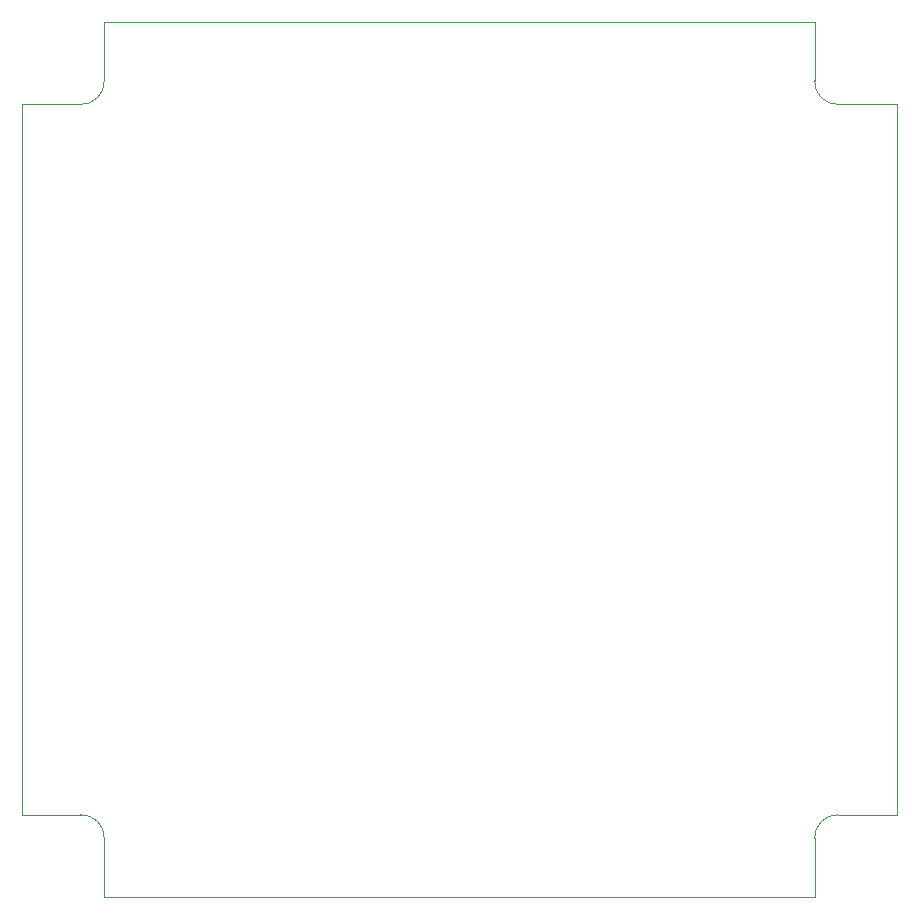
<source format=gm1>
%TF.GenerationSoftware,KiCad,Pcbnew,8.0.1*%
%TF.CreationDate,2024-07-18T17:37:03+01:00*%
%TF.ProjectId,patch-antenna-board,70617463-682d-4616-9e74-656e6e612d62,rev?*%
%TF.SameCoordinates,Original*%
%TF.FileFunction,Profile,NP*%
%FSLAX46Y46*%
G04 Gerber Fmt 4.6, Leading zero omitted, Abs format (unit mm)*
G04 Created by KiCad (PCBNEW 8.0.1) date 2024-07-18 17:37:03*
%MOMM*%
%LPD*%
G01*
G04 APERTURE LIST*
%TA.AperFunction,Profile*%
%ADD10C,0.050000*%
%TD*%
G04 APERTURE END LIST*
D10*
X130070000Y-132070000D02*
G75*
G02*
X132070000Y-130070000I1941600J58400D01*
G01*
X69930000Y-67930000D02*
X69930000Y-62980000D01*
X137020000Y-69930000D02*
X137020000Y-130070000D01*
X69930000Y-137020000D02*
X130070000Y-137020000D01*
X62980000Y-69930000D02*
X67930000Y-69930000D01*
X137020000Y-130070000D02*
X132070000Y-130070000D01*
X62980000Y-69930000D02*
X62980000Y-130070000D01*
X69930000Y-137020000D02*
X69930000Y-132070000D01*
X130070000Y-62980000D02*
X130070000Y-67930000D01*
X132070000Y-69930000D02*
X137020000Y-69930000D01*
X132070000Y-69930000D02*
G75*
G02*
X130070000Y-67930000I-58400J1941600D01*
G01*
X67930000Y-130070000D02*
X62980000Y-130070000D01*
X69930000Y-62980000D02*
X130070000Y-62980000D01*
X69930000Y-67930000D02*
G75*
G02*
X67930000Y-69930000I-1941600J-58400D01*
G01*
X67930000Y-130070000D02*
G75*
G02*
X69930000Y-132070000I58400J-1941600D01*
G01*
X130070000Y-132070000D02*
X130070000Y-137020000D01*
M02*

</source>
